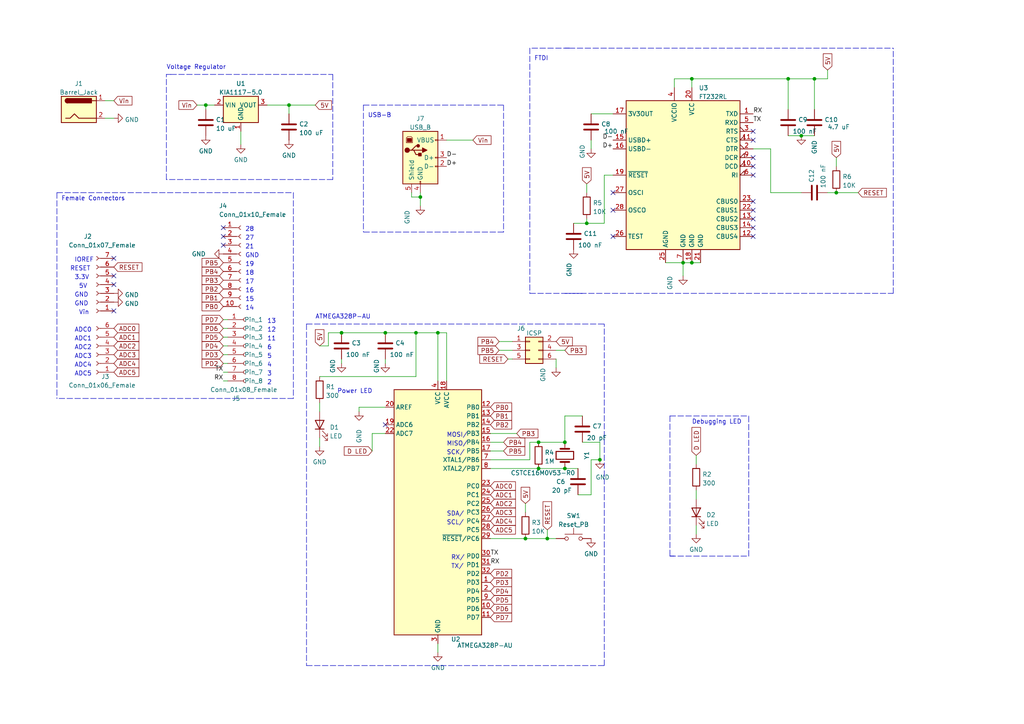
<source format=kicad_sch>
(kicad_sch (version 20211123) (generator eeschema)
  (paper "A4")
  (lib_symbols
    (symbol "Connector:Barrel_Jack" (pin_names (offset 1.016))
      (property "Reference" "J" (at 0 5.334 0))
      (property "Value" "Barrel_Jack" (at 0 -5.08 0))
      (symbol "Barrel_Jack_0_1"
        (rectangle (start -5.08 3.81) (end 5.08 -3.81) (stroke (width 0.254)) (fill (type background)))
        (arc (start -3.302 3.175) (mid -3.937 2.54) (end -3.302 1.905) (stroke (width 0.254)))
        (arc (start -3.302 3.175) (mid -3.937 2.54) (end -3.302 1.905) (stroke (width 0.254)) (fill (type outline)))
        (polyline (pts (xy 5.08 2.54) (xy 3.81 2.54)) (stroke (width 0.254)))
        (polyline (pts (xy -3.81 -2.54) (xy -2.54 -2.54) (xy -1.27 -1.27) (xy 0 -2.54) (xy 2.54 -2.54) (xy 5.08 -2.54)) (stroke (width 0.254)))
        (rectangle (start 3.683 3.175) (end -3.302 1.905) (stroke (width 0.254)) (fill (type outline)))
      )
      (symbol "Barrel_Jack_1_1"
        (pin passive line (at 7.62 2.54 180) (length 2.54) (name "~") (number "1"))
        (pin passive line (at 7.62 -2.54 180) (length 2.54) (name "~") (number "2"))
      )
    )
    (symbol "Connector:Conn_01x06_Female" (pin_names (offset 1.016) hide)
      (property "Reference" "J" (at 0 7.62 0))
      (property "Value" "Conn_01x06_Female" (at 0 -10.16 0))
      (symbol "Conn_01x06_Female_1_1"
        (arc (start 0 -7.112) (mid -0.508 -7.62) (end 0 -8.128) (stroke (width 0.1524)))
        (arc (start 0 -4.572) (mid -0.508 -5.08) (end 0 -5.588) (stroke (width 0.1524)))
        (arc (start 0 -2.032) (mid -0.508 -2.54) (end 0 -3.048) (stroke (width 0.1524)))
        (polyline (pts (xy -1.27 -7.62) (xy -0.508 -7.62)) (stroke (width 0.1524)))
        (polyline (pts (xy -1.27 -5.08) (xy -0.508 -5.08)) (stroke (width 0.1524)))
        (polyline (pts (xy -1.27 -2.54) (xy -0.508 -2.54)) (stroke (width 0.1524)))
        (polyline (pts (xy -1.27 0) (xy -0.508 0)) (stroke (width 0.1524)))
        (polyline (pts (xy -1.27 2.54) (xy -0.508 2.54)) (stroke (width 0.1524)))
        (polyline (pts (xy -1.27 5.08) (xy -0.508 5.08)) (stroke (width 0.1524)))
        (arc (start 0 0.508) (mid -0.508 0) (end 0 -0.508) (stroke (width 0.1524)))
        (arc (start 0 3.048) (mid -0.508 2.54) (end 0 2.032) (stroke (width 0.1524)))
        (arc (start 0 5.588) (mid -0.508 5.08) (end 0 4.572) (stroke (width 0.1524)))
        (pin passive line (at -5.08 5.08 0) (length 3.81) (name "Pin_1") (number "1"))
        (pin passive line (at -5.08 2.54 0) (length 3.81) (name "Pin_2") (number "2"))
        (pin passive line (at -5.08 0 0) (length 3.81) (name "Pin_3") (number "3"))
        (pin passive line (at -5.08 -2.54 0) (length 3.81) (name "Pin_4") (number "4"))
        (pin passive line (at -5.08 -5.08 0) (length 3.81) (name "Pin_5") (number "5"))
        (pin passive line (at -5.08 -7.62 0) (length 3.81) (name "Pin_6") (number "6"))
      )
    )
    (symbol "Connector:Conn_01x07_Female" (pin_names (offset 1.016) hide)
      (property "Reference" "J" (at 0 10.16 0))
      (property "Value" "Conn_01x07_Female" (at 0 -10.16 0))
      (symbol "Conn_01x07_Female_1_1"
        (arc (start 0 -7.112) (mid -0.508 -7.62) (end 0 -8.128) (stroke (width 0.1524)))
        (arc (start 0 -4.572) (mid -0.508 -5.08) (end 0 -5.588) (stroke (width 0.1524)))
        (arc (start 0 -2.032) (mid -0.508 -2.54) (end 0 -3.048) (stroke (width 0.1524)))
        (polyline (pts (xy -1.27 -7.62) (xy -0.508 -7.62)) (stroke (width 0.1524)))
        (polyline (pts (xy -1.27 -5.08) (xy -0.508 -5.08)) (stroke (width 0.1524)))
        (polyline (pts (xy -1.27 -2.54) (xy -0.508 -2.54)) (stroke (width 0.1524)))
        (polyline (pts (xy -1.27 0) (xy -0.508 0)) (stroke (width 0.1524)))
        (polyline (pts (xy -1.27 2.54) (xy -0.508 2.54)) (stroke (width 0.1524)))
        (polyline (pts (xy -1.27 5.08) (xy -0.508 5.08)) (stroke (width 0.1524)))
        (polyline (pts (xy -1.27 7.62) (xy -0.508 7.62)) (stroke (width 0.1524)))
        (arc (start 0 0.508) (mid -0.508 0) (end 0 -0.508) (stroke (width 0.1524)))
        (arc (start 0 3.048) (mid -0.508 2.54) (end 0 2.032) (stroke (width 0.1524)))
        (arc (start 0 5.588) (mid -0.508 5.08) (end 0 4.572) (stroke (width 0.1524)))
        (arc (start 0 8.128) (mid -0.508 7.62) (end 0 7.112) (stroke (width 0.1524)))
        (pin passive line (at -5.08 7.62 0) (length 3.81) (name "Pin_1") (number "1"))
        (pin passive line (at -5.08 5.08 0) (length 3.81) (name "Pin_2") (number "2"))
        (pin passive line (at -5.08 2.54 0) (length 3.81) (name "Pin_3") (number "3"))
        (pin passive line (at -5.08 0 0) (length 3.81) (name "Pin_4") (number "4"))
        (pin passive line (at -5.08 -2.54 0) (length 3.81) (name "Pin_5") (number "5"))
        (pin passive line (at -5.08 -5.08 0) (length 3.81) (name "Pin_6") (number "6"))
        (pin passive line (at -5.08 -7.62 0) (length 3.81) (name "Pin_7") (number "7"))
      )
    )
    (symbol "Connector:Conn_01x08_Female" (pin_names (offset 1.016))
      (property "Reference" "J" (at 0 10.16 0))
      (property "Value" "Conn_01x08_Female" (at 0 -12.7 0))
      (symbol "Conn_01x08_Female_1_1"
        (arc (start 0 -9.652) (mid -0.508 -10.16) (end 0 -10.668) (stroke (width 0.1524)))
        (arc (start 0 -7.112) (mid -0.508 -7.62) (end 0 -8.128) (stroke (width 0.1524)))
        (arc (start 0 -4.572) (mid -0.508 -5.08) (end 0 -5.588) (stroke (width 0.1524)))
        (arc (start 0 -2.032) (mid -0.508 -2.54) (end 0 -3.048) (stroke (width 0.1524)))
        (polyline (pts (xy -1.27 -10.16) (xy -0.508 -10.16)) (stroke (width 0.1524)))
        (polyline (pts (xy -1.27 -7.62) (xy -0.508 -7.62)) (stroke (width 0.1524)))
        (polyline (pts (xy -1.27 -5.08) (xy -0.508 -5.08)) (stroke (width 0.1524)))
        (polyline (pts (xy -1.27 -2.54) (xy -0.508 -2.54)) (stroke (width 0.1524)))
        (polyline (pts (xy -1.27 0) (xy -0.508 0)) (stroke (width 0.1524)))
        (polyline (pts (xy -1.27 2.54) (xy -0.508 2.54)) (stroke (width 0.1524)))
        (polyline (pts (xy -1.27 5.08) (xy -0.508 5.08)) (stroke (width 0.1524)))
        (polyline (pts (xy -1.27 7.62) (xy -0.508 7.62)) (stroke (width 0.1524)))
        (arc (start 0 0.508) (mid -0.508 0) (end 0 -0.508) (stroke (width 0.1524)))
        (arc (start 0 3.048) (mid -0.508 2.54) (end 0 2.032) (stroke (width 0.1524)))
        (arc (start 0 5.588) (mid -0.508 5.08) (end 0 4.572) (stroke (width 0.1524)))
        (arc (start 0 8.128) (mid -0.508 7.62) (end 0 7.112) (stroke (width 0.1524)))
        (pin passive line (at -5.08 7.62 0) (length 3.81) (name "Pin_1") (number "1"))
        (pin passive line (at -5.08 5.08 0) (length 3.81) (name "Pin_2") (number "2"))
        (pin passive line (at -5.08 2.54 0) (length 3.81) (name "Pin_3") (number "3"))
        (pin passive line (at -5.08 0 0) (length 3.81) (name "Pin_4") (number "4"))
        (pin passive line (at -5.08 -2.54 0) (length 3.81) (name "Pin_5") (number "5"))
        (pin passive line (at -5.08 -5.08 0) (length 3.81) (name "Pin_6") (number "6"))
        (pin passive line (at -5.08 -7.62 0) (length 3.81) (name "Pin_7") (number "7"))
        (pin passive line (at -5.08 -10.16 0) (length 3.81) (name "Pin_8") (number "8"))
      )
    )
    (symbol "Connector:Conn_01x10_Female" (pin_names (offset 1.016) hide)
      (property "Reference" "J" (at 0 12.7 0))
      (property "Value" "Conn_01x10_Female" (at 0 -15.24 0))
      (symbol "Conn_01x10_Female_1_1"
        (arc (start 0 -12.192) (mid -0.508 -12.7) (end 0 -13.208) (stroke (width 0.1524)))
        (arc (start 0 -9.652) (mid -0.508 -10.16) (end 0 -10.668) (stroke (width 0.1524)))
        (arc (start 0 -7.112) (mid -0.508 -7.62) (end 0 -8.128) (stroke (width 0.1524)))
        (arc (start 0 -4.572) (mid -0.508 -5.08) (end 0 -5.588) (stroke (width 0.1524)))
        (arc (start 0 -2.032) (mid -0.508 -2.54) (end 0 -3.048) (stroke (width 0.1524)))
        (polyline (pts (xy -1.27 -12.7) (xy -0.508 -12.7)) (stroke (width 0.1524)))
        (polyline (pts (xy -1.27 -10.16) (xy -0.508 -10.16)) (stroke (width 0.1524)))
        (polyline (pts (xy -1.27 -7.62) (xy -0.508 -7.62)) (stroke (width 0.1524)))
        (polyline (pts (xy -1.27 -5.08) (xy -0.508 -5.08)) (stroke (width 0.1524)))
        (polyline (pts (xy -1.27 -2.54) (xy -0.508 -2.54)) (stroke (width 0.1524)))
        (polyline (pts (xy -1.27 0) (xy -0.508 0)) (stroke (width 0.1524)))
        (polyline (pts (xy -1.27 2.54) (xy -0.508 2.54)) (stroke (width 0.1524)))
        (polyline (pts (xy -1.27 5.08) (xy -0.508 5.08)) (stroke (width 0.1524)))
        (polyline (pts (xy -1.27 7.62) (xy -0.508 7.62)) (stroke (width 0.1524)))
        (polyline (pts (xy -1.27 10.16) (xy -0.508 10.16)) (stroke (width 0.1524)))
        (arc (start 0 0.508) (mid -0.508 0) (end 0 -0.508) (stroke (width 0.1524)))
        (arc (start 0 3.048) (mid -0.508 2.54) (end 0 2.032) (stroke (width 0.1524)))
        (arc (start 0 5.588) (mid -0.508 5.08) (end 0 4.572) (stroke (width 0.1524)))
        (arc (start 0 8.128) (mid -0.508 7.62) (end 0 7.112) (stroke (width 0.1524)))
        (arc (start 0 10.668) (mid -0.508 10.16) (end 0 9.652) (stroke (width 0.1524)))
        (pin passive line (at -5.08 10.16 0) (length 3.81) (name "Pin_1") (number "1"))
        (pin passive line (at -5.08 -12.7 0) (length 3.81) (name "Pin_10") (number "10"))
        (pin passive line (at -5.08 7.62 0) (length 3.81) (name "Pin_2") (number "2"))
        (pin passive line (at -5.08 5.08 0) (length 3.81) (name "Pin_3") (number "3"))
        (pin passive line (at -5.08 2.54 0) (length 3.81) (name "Pin_4") (number "4"))
        (pin passive line (at -5.08 0 0) (length 3.81) (name "Pin_5") (number "5"))
        (pin passive line (at -5.08 -2.54 0) (length 3.81) (name "Pin_6") (number "6"))
        (pin passive line (at -5.08 -5.08 0) (length 3.81) (name "Pin_7") (number "7"))
        (pin passive line (at -5.08 -7.62 0) (length 3.81) (name "Pin_8") (number "8"))
        (pin passive line (at -5.08 -10.16 0) (length 3.81) (name "Pin_9") (number "9"))
      )
    )
    (symbol "Connector:USB_B" (pin_names (offset 1.016))
      (property "Reference" "J" (at -5.08 11.43 0))
      (property "Value" "USB_B" (at -5.08 8.89 0))
      (symbol "USB_B_0_1"
        (rectangle (start -5.08 -7.62) (end 5.08 7.62) (stroke (width 0.254)) (fill (type background)))
        (circle (center -3.81 2.159) (radius 0.635) (stroke (width 0.254)) (fill (type outline)))
        (rectangle (start -3.81 5.588) (end -2.54 4.572) (fill (type outline)))
        (circle (center -0.635 3.429) (radius 0.381) (stroke (width 0.254)) (fill (type outline)))
        (rectangle (start -0.127 -7.62) (end 0.127 -6.858))
        (polyline (pts (xy -1.905 2.159) (xy 0.635 2.159)) (stroke (width 0.254)))
        (polyline (pts (xy -3.175 2.159) (xy -2.54 2.159) (xy -1.27 3.429) (xy -0.635 3.429)) (stroke (width 0.254)))
        (polyline (pts (xy -2.54 2.159) (xy -1.905 2.159) (xy -1.27 0.889) (xy 0 0.889)) (stroke (width 0.254)))
        (polyline (pts (xy 0.635 2.794) (xy 0.635 1.524) (xy 1.905 2.159) (xy 0.635 2.794)) (stroke (width 0.254)) (fill (type outline)))
        (polyline (pts (xy -4.064 4.318) (xy -2.286 4.318) (xy -2.286 5.715) (xy -2.667 6.096) (xy -3.683 6.096) (xy -4.064 5.715) (xy -4.064 4.318)))
        (rectangle (start 0.254 1.27) (end -0.508 0.508) (stroke (width 0.254)) (fill (type outline)))
        (rectangle (start 5.08 -2.667) (end 4.318 -2.413))
        (rectangle (start 5.08 -0.127) (end 4.318 0.127))
        (rectangle (start 5.08 4.953) (end 4.318 5.207))
      )
      (symbol "USB_B_1_1"
        (pin power_out line (at 7.62 5.08 180) (length 2.54) (name "VBUS") (number "1"))
        (pin bidirectional line (at 7.62 -2.54 180) (length 2.54) (name "D-") (number "2"))
        (pin bidirectional line (at 7.62 0 180) (length 2.54) (name "D+") (number "3"))
        (pin power_out line (at 0 -10.16 90) (length 2.54) (name "GND") (number "4"))
        (pin passive line (at -2.54 -10.16 90) (length 2.54) (name "Shield") (number "5"))
      )
    )
    (symbol "Connector_Generic:Conn_02x03_Odd_Even" (pin_names (offset 1.016) hide)
      (property "Reference" "J" (at 1.27 5.08 0))
      (property "Value" "Conn_02x03_Odd_Even" (at 1.27 -5.08 0))
      (symbol "Conn_02x03_Odd_Even_1_1"
        (rectangle (start -1.27 -2.413) (end 0 -2.667) (stroke (width 0.1524)))
        (rectangle (start -1.27 0.127) (end 0 -0.127) (stroke (width 0.1524)))
        (rectangle (start -1.27 2.667) (end 0 2.413) (stroke (width 0.1524)))
        (rectangle (start -1.27 3.81) (end 3.81 -3.81) (stroke (width 0.254)) (fill (type background)))
        (rectangle (start 3.81 -2.413) (end 2.54 -2.667) (stroke (width 0.1524)))
        (rectangle (start 3.81 0.127) (end 2.54 -0.127) (stroke (width 0.1524)))
        (rectangle (start 3.81 2.667) (end 2.54 2.413) (stroke (width 0.1524)))
        (pin passive line (at -5.08 2.54 0) (length 3.81) (name "Pin_1") (number "1"))
        (pin passive line (at 7.62 2.54 180) (length 3.81) (name "Pin_2") (number "2"))
        (pin passive line (at -5.08 0 0) (length 3.81) (name "Pin_3") (number "3"))
        (pin passive line (at 7.62 0 180) (length 3.81) (name "Pin_4") (number "4"))
        (pin passive line (at -5.08 -2.54 0) (length 3.81) (name "Pin_5") (number "5"))
        (pin passive line (at 7.62 -2.54 180) (length 3.81) (name "Pin_6") (number "6"))
      )
    )
    (symbol "Device:C" (pin_numbers hide) (pin_names (offset 0.254))
      (property "Reference" "C" (at 0.635 2.54 0))
      (property "Value" "C" (at 0.635 -2.54 0))
      (symbol "C_0_1"
        (polyline (pts (xy -2.032 -0.762) (xy 2.032 -0.762)) (stroke (width 0.508)))
        (polyline (pts (xy -2.032 0.762) (xy 2.032 0.762)) (stroke (width 0.508)))
      )
      (symbol "C_1_1"
        (pin passive line (at 0 3.81 270) (length 2.794) (name "~") (number "1"))
        (pin passive line (at 0 -3.81 90) (length 2.794) (name "~") (number "2"))
      )
    )
    (symbol "Device:Crystal" (pin_numbers hide) (pin_names (offset 1.016) hide)
      (property "Reference" "Y" (at 0 3.81 0))
      (property "Value" "Crystal" (at 0 -3.81 0))
      (symbol "Crystal_0_1"
        (rectangle (start -1.143 2.54) (end 1.143 -2.54) (stroke (width 0.3048)))
        (polyline (pts (xy -2.54 0) (xy -1.905 0)))
        (polyline (pts (xy -1.905 -1.27) (xy -1.905 1.27)) (stroke (width 0.508)))
        (polyline (pts (xy 1.905 -1.27) (xy 1.905 1.27)) (stroke (width 0.508)))
        (polyline (pts (xy 2.54 0) (xy 1.905 0)))
      )
      (symbol "Crystal_1_1"
        (pin passive line (at -3.81 0 0) (length 1.27) (name "1") (number "1"))
        (pin passive line (at 3.81 0 180) (length 1.27) (name "2") (number "2"))
      )
    )
    (symbol "Device:LED" (pin_numbers hide) (pin_names (offset 1.016) hide)
      (property "Reference" "D" (at 0 2.54 0))
      (property "Value" "LED" (at 0 -2.54 0))
      (symbol "LED_0_1"
        (polyline (pts (xy -1.27 -1.27) (xy -1.27 1.27)) (stroke (width 0.254)))
        (polyline (pts (xy -1.27 0) (xy 1.27 0)))
        (polyline (pts (xy 1.27 -1.27) (xy 1.27 1.27) (xy -1.27 0) (xy 1.27 -1.27)) (stroke (width 0.254)))
        (polyline (pts (xy -3.048 -0.762) (xy -4.572 -2.286) (xy -3.81 -2.286) (xy -4.572 -2.286) (xy -4.572 -1.524)))
        (polyline (pts (xy -1.778 -0.762) (xy -3.302 -2.286) (xy -2.54 -2.286) (xy -3.302 -2.286) (xy -3.302 -1.524)))
      )
      (symbol "LED_1_1"
        (pin passive line (at -3.81 0 0) (length 2.54) (name "K") (number "1"))
        (pin passive line (at 3.81 0 180) (length 2.54) (name "A") (number "2"))
      )
    )
    (symbol "Device:R" (pin_numbers hide) (pin_names (offset 0))
      (property "Reference" "R" (at 2.032 0 90))
      (property "Value" "R" (at 0 0 90))
      (symbol "R_0_1"
        (rectangle (start -1.016 -2.54) (end 1.016 2.54) (stroke (width 0.254)))
      )
      (symbol "R_1_1"
        (pin passive line (at 0 3.81 270) (length 1.27) (name "~") (number "1"))
        (pin passive line (at 0 -3.81 90) (length 1.27) (name "~") (number "2"))
      )
    )
    (symbol "Interface_USB:FT232RL"
      (property "Reference" "U" (at -16.51 22.86 0))
      (property "Value" "FT232RL" (at 10.16 22.86 0))
      (symbol "FT232RL_0_1"
        (rectangle (start -16.51 21.59) (end 16.51 -21.59) (stroke (width 0.254)) (fill (type background)))
      )
      (symbol "FT232RL_1_1"
        (pin output line (at 20.32 17.78 180) (length 3.81) (name "TXD") (number "1"))
        (pin input input_low (at 20.32 2.54 180) (length 3.81) (name "DCD") (number "10"))
        (pin input input_low (at 20.32 10.16 180) (length 3.81) (name "CTS") (number "11"))
        (pin bidirectional line (at 20.32 -17.78 180) (length 3.81) (name "CBUS4") (number "12"))
        (pin bidirectional line (at 20.32 -12.7 180) (length 3.81) (name "CBUS2") (number "13"))
        (pin bidirectional line (at 20.32 -15.24 180) (length 3.81) (name "CBUS3") (number "14"))
        (pin bidirectional line (at -20.32 10.16 0) (length 3.81) (name "USBD+") (number "15"))
        (pin bidirectional line (at -20.32 7.62 0) (length 3.81) (name "USBD-") (number "16"))
        (pin power_out line (at -20.32 17.78 0) (length 3.81) (name "3V3OUT") (number "17"))
        (pin power_in line (at 2.54 -25.4 90) (length 3.81) (name "GND") (number "18"))
        (pin input line (at -20.32 0 0) (length 3.81) (name "~{RESET}") (number "19"))
        (pin output output_low (at 20.32 7.62 180) (length 3.81) (name "DTR") (number "2"))
        (pin power_in line (at 2.54 25.4 270) (length 3.81) (name "VCC") (number "20"))
        (pin power_in line (at 5.08 -25.4 90) (length 3.81) (name "GND") (number "21"))
        (pin bidirectional line (at 20.32 -10.16 180) (length 3.81) (name "CBUS1") (number "22"))
        (pin bidirectional line (at 20.32 -7.62 180) (length 3.81) (name "CBUS0") (number "23"))
        (pin power_in line (at -5.08 -25.4 90) (length 3.81) (name "AGND") (number "25"))
        (pin input line (at -20.32 -17.78 0) (length 3.81) (name "TEST") (number "26"))
        (pin input line (at -20.32 -5.08 0) (length 3.81) (name "OSCI") (number "27"))
        (pin output line (at -20.32 -10.16 0) (length 3.81) (name "OSCO") (number "28"))
        (pin output output_low (at 20.32 12.7 180) (length 3.81) (name "RTS") (number "3"))
        (pin power_in line (at -2.54 25.4 270) (length 3.81) (name "VCCIO") (number "4"))
        (pin input line (at 20.32 15.24 180) (length 3.81) (name "RXD") (number "5"))
        (pin input input_low (at 20.32 0 180) (length 3.81) (name "RI") (number "6"))
        (pin power_in line (at 0 -25.4 90) (length 3.81) (name "GND") (number "7"))
        (pin input input_low (at 20.32 5.08 180) (length 3.81) (name "DCR") (number "9"))
      )
    )
    (symbol "MCU_Microchip_ATmega:ATmega328P-A"
      (property "Reference" "U" (at -12.7 36.83 0))
      (property "Value" "ATmega328P-A" (at 2.54 -36.83 0))
      (symbol "ATmega328P-A_0_1"
        (rectangle (start -12.7 -35.56) (end 12.7 35.56) (stroke (width 0.254)) (fill (type background)))
      )
      (symbol "ATmega328P-A_1_1"
        (pin bidirectional line (at 15.24 -20.32 180) (length 2.54) (name "PD3") (number "1"))
        (pin bidirectional line (at 15.24 -27.94 180) (length 2.54) (name "PD6") (number "10"))
        (pin bidirectional line (at 15.24 -30.48 180) (length 2.54) (name "PD7") (number "11"))
        (pin bidirectional line (at 15.24 30.48 180) (length 2.54) (name "PB0") (number "12"))
        (pin bidirectional line (at 15.24 27.94 180) (length 2.54) (name "PB1") (number "13"))
        (pin bidirectional line (at 15.24 25.4 180) (length 2.54) (name "PB2") (number "14"))
        (pin bidirectional line (at 15.24 22.86 180) (length 2.54) (name "PB3") (number "15"))
        (pin bidirectional line (at 15.24 20.32 180) (length 2.54) (name "PB4") (number "16"))
        (pin bidirectional line (at 15.24 17.78 180) (length 2.54) (name "PB5") (number "17"))
        (pin power_in line (at 2.54 38.1 270) (length 2.54) (name "AVCC") (number "18"))
        (pin input line (at -15.24 25.4 0) (length 2.54) (name "ADC6") (number "19"))
        (pin bidirectional line (at 15.24 -22.86 180) (length 2.54) (name "PD4") (number "2"))
        (pin passive line (at -15.24 30.48 0) (length 2.54) (name "AREF") (number "20"))
        (pin passive line (at 0 -38.1 90) (length 2.54) hide (name "GND") (number "21"))
        (pin input line (at -15.24 22.86 0) (length 2.54) (name "ADC7") (number "22"))
        (pin bidirectional line (at 15.24 7.62 180) (length 2.54) (name "PC0") (number "23"))
        (pin bidirectional line (at 15.24 5.08 180) (length 2.54) (name "PC1") (number "24"))
        (pin bidirectional line (at 15.24 2.54 180) (length 2.54) (name "PC2") (number "25"))
        (pin bidirectional line (at 15.24 0 180) (length 2.54) (name "PC3") (number "26"))
        (pin bidirectional line (at 15.24 -2.54 180) (length 2.54) (name "PC4") (number "27"))
        (pin bidirectional line (at 15.24 -5.08 180) (length 2.54) (name "PC5") (number "28"))
        (pin bidirectional line (at 15.24 -7.62 180) (length 2.54) (name "~{RESET}/PC6") (number "29"))
        (pin power_in line (at 0 -38.1 90) (length 2.54) (name "GND") (number "3"))
        (pin bidirectional line (at 15.24 -12.7 180) (length 2.54) (name "PD0") (number "30"))
        (pin bidirectional line (at 15.24 -15.24 180) (length 2.54) (name "PD1") (number "31"))
        (pin bidirectional line (at 15.24 -17.78 180) (length 2.54) (name "PD2") (number "32"))
        (pin power_in line (at 0 38.1 270) (length 2.54) (name "VCC") (number "4"))
        (pin passive line (at 0 -38.1 90) (length 2.54) hide (name "GND") (number "5"))
        (pin passive line (at 0 38.1 270) (length 2.54) hide (name "VCC") (number "6"))
        (pin bidirectional line (at 15.24 15.24 180) (length 2.54) (name "XTAL1/PB6") (number "7"))
        (pin bidirectional line (at 15.24 12.7 180) (length 2.54) (name "XTAL2/PB7") (number "8"))
        (pin bidirectional line (at 15.24 -25.4 180) (length 2.54) (name "PD5") (number "9"))
      )
    )
    (symbol "Regulator_Linear:HT75xx-1-SOT89"
      (property "Reference" "U" (at -5.08 -3.81 0))
      (property "Value" "HT75xx-1-SOT89" (at 0 6.35 0))
      (symbol "HT75xx-1-SOT89_0_1"
        (rectangle (start -5.08 5.08) (end 5.08 -2.54) (stroke (width 0.254)) (fill (type background)))
      )
      (symbol "HT75xx-1-SOT89_1_1"
        (pin power_in line (at 0 -5.08 90) (length 2.54) (name "GND") (number "1"))
        (pin power_in line (at -7.62 2.54 0) (length 2.54) (name "VIN") (number "2"))
        (pin power_out line (at 7.62 2.54 180) (length 2.54) (name "VOUT") (number "3"))
      )
    )
    (symbol "Switch:SW_Push" (pin_numbers hide) (pin_names (offset 1.016) hide)
      (property "Reference" "SW" (at 1.27 2.54 0))
      (property "Value" "SW_Push" (at 0 -1.524 0))
      (symbol "SW_Push_0_1"
        (circle (center -2.032 0) (radius 0.508))
        (polyline (pts (xy 0 1.27) (xy 0 3.048)))
        (polyline (pts (xy 2.54 1.27) (xy -2.54 1.27)))
        (circle (center 2.032 0) (radius 0.508))
        (pin passive line (at -5.08 0 0) (length 2.54) (name "1") (number "1"))
        (pin passive line (at 5.08 0 180) (length 2.54) (name "2") (number "2"))
      )
    )
    (symbol "power:GND" (power) (pin_names (offset 0))
      (property "Value" "GND" (at 0 -3.81 0))
      (symbol "GND_0_1"
        (polyline (pts (xy 0 0) (xy 0 -1.27) (xy 1.27 -1.27) (xy 0 -2.54) (xy -1.27 -1.27) (xy 0 -1.27)))
      )
      (symbol "GND_1_1"
        (pin power_in line (at 0 0 270) (length 0) hide (name "GND") (number "1"))
      )
    )
  )
  (junction (at 200.66 76.2))
  (junction (at 236.22 22.86))
  (junction (at 242.57 55.88))
  (junction (at 99.06 96.52))
  (junction (at 228.6 22.86))
  (junction (at 111.76 96.52))
  (junction (at 200.66 22.86))
  (junction (at 121.92 57.15))
  (junction (at 198.12 76.2))
  (junction (at 152.4 156.21))
  (junction (at 170.18 64.77))
  (junction (at 163.83 135.89))
  (junction (at 59.69 30.48))
  (junction (at 158.75 156.21))
  (junction (at 163.83 128.27))
  (junction (at 83.82 30.48))
  (junction (at 156.21 135.89))
  (junction (at 127 96.52))
  (junction (at 232.41 39.37))
  (junction (at 156.21 128.27))
  (junction (at 173.99 133.35))
  (junction (at 120.65 96.52))
  (no_connect (at 64.77 71.12))
  (no_connect (at 64.77 68.58))
  (no_connect (at 64.77 66.04))
  (no_connect (at 33.02 90.17))
  (no_connect (at 218.44 48.26))
  (no_connect (at 218.44 50.8))
  (no_connect (at 218.44 58.42))
  (no_connect (at 218.44 60.96))
  (no_connect (at 218.44 63.5))
  (no_connect (at 218.44 38.1))
  (no_connect (at 218.44 40.64))
  (no_connect (at 218.44 45.72))
  (no_connect (at 218.44 66.04))
  (no_connect (at 218.44 68.58))
  (no_connect (at 177.8 55.88))
  (no_connect (at 33.02 74.93))
  (no_connect (at 33.02 80.01))
  (no_connect (at 33.02 82.55))
  (no_connect (at 111.76 123.19))
  (no_connect (at 177.8 60.96))
  (no_connect (at 177.8 68.58))
  (wire (pts (xy 92.71 116.84) (xy 92.71 119.38)))
  (wire (pts (xy 242.57 45.72) (xy 242.57 48.26)))
  (wire (pts (xy 223.52 55.88) (xy 223.52 43.18)))
  (wire (pts (xy 99.06 96.52) (xy 111.76 96.52)))
  (wire (pts (xy 170.18 53.34) (xy 170.18 55.88)))
  (polyline (pts (xy 88.9 93.98) (xy 175.26 93.98)))
  (wire (pts (xy 193.04 76.2) (xy 198.12 76.2)))
  (wire (pts (xy 66.04 97.79) (xy 64.77 97.79)))
  (polyline (pts (xy 153.67 13.97) (xy 153.67 85.09)))
  (wire (pts (xy 173.99 128.27) (xy 173.99 133.35)))
  (wire (pts (xy 66.04 95.25) (xy 64.77 95.25)))
  (polyline (pts (xy 105.41 30.48) (xy 146.05 30.48)))
  (wire (pts (xy 198.12 76.2) (xy 198.12 80.01)))
  (wire (pts (xy 142.24 125.73) (xy 149.86 125.73)))
  (wire (pts (xy 223.52 43.18) (xy 218.44 43.18)))
  (wire (pts (xy 95.25 96.52) (xy 99.06 96.52)))
  (wire (pts (xy 161.29 101.6) (xy 163.83 101.6)))
  (wire (pts (xy 170.18 64.77) (xy 166.37 64.77)))
  (wire (pts (xy 66.04 100.33) (xy 64.77 100.33)))
  (wire (pts (xy 107.95 125.73) (xy 111.76 125.73)))
  (wire (pts (xy 142.24 156.21) (xy 152.4 156.21)))
  (wire (pts (xy 236.22 22.86) (xy 240.03 22.86)))
  (polyline (pts (xy 96.52 21.59) (xy 96.52 52.07)))
  (wire (pts (xy 59.69 30.48) (xy 62.23 30.48)))
  (polyline (pts (xy 163.83 85.09) (xy 259.08 85.09)))
  (wire (pts (xy 200.66 22.86) (xy 200.66 25.4)))
  (polyline (pts (xy 88.9 193.04) (xy 175.26 193.04)))
  (polyline (pts (xy 259.08 85.09) (xy 259.08 13.97)))
  (wire (pts (xy 120.65 96.52) (xy 127 96.52)))
  (wire (pts (xy 228.6 39.37) (xy 232.41 39.37)))
  (polyline (pts (xy 194.31 161.29) (xy 217.17 161.29)))
  (wire (pts (xy 240.03 20.32) (xy 240.03 22.86)))
  (wire (pts (xy 83.82 30.48) (xy 91.44 30.48)))
  (polyline (pts (xy 49.53 21.59) (xy 96.52 21.59)))
  (wire (pts (xy 83.82 30.48) (xy 77.47 30.48)))
  (wire (pts (xy 161.29 104.14) (xy 161.29 106.68)))
  (wire (pts (xy 171.45 33.02) (xy 177.8 33.02)))
  (wire (pts (xy 228.6 22.86) (xy 236.22 22.86)))
  (wire (pts (xy 198.12 76.2) (xy 200.66 76.2)))
  (wire (pts (xy 232.41 55.88) (xy 223.52 55.88)))
  (polyline (pts (xy 194.31 120.65) (xy 194.31 161.29)))
  (wire (pts (xy 240.03 55.88) (xy 242.57 55.88)))
  (wire (pts (xy 119.38 55.88) (xy 119.38 57.15)))
  (wire (pts (xy 99.06 104.14) (xy 99.06 105.41)))
  (wire (pts (xy 195.58 25.4) (xy 195.58 22.86)))
  (wire (pts (xy 66.04 102.87) (xy 64.77 102.87)))
  (polyline (pts (xy 194.31 161.29) (xy 195.58 161.29)))
  (wire (pts (xy 129.54 110.49) (xy 129.54 96.52)))
  (polyline (pts (xy 153.67 85.09) (xy 168.91 85.09)))
  (wire (pts (xy 142.24 130.81) (xy 146.05 130.81)))
  (wire (pts (xy 163.83 135.89) (xy 167.64 135.89)))
  (wire (pts (xy 127 96.52) (xy 127 110.49)))
  (wire (pts (xy 175.26 64.77) (xy 170.18 64.77)))
  (wire (pts (xy 167.64 143.51) (xy 171.45 143.51)))
  (polyline (pts (xy 16.51 55.88) (xy 16.51 115.57)))
  (polyline (pts (xy 165.1 13.97) (xy 259.08 13.97)))
  (wire (pts (xy 120.65 96.52) (xy 120.65 109.22)))
  (wire (pts (xy 153.67 128.27) (xy 156.21 128.27)))
  (wire (pts (xy 83.82 30.48) (xy 83.82 33.02)))
  (polyline (pts (xy 85.09 55.88) (xy 85.09 115.57)))
  (wire (pts (xy 195.58 22.86) (xy 200.66 22.86)))
  (wire (pts (xy 66.04 92.71) (xy 64.77 92.71)))
  (wire (pts (xy 142.24 128.27) (xy 146.05 128.27)))
  (wire (pts (xy 57.15 30.48) (xy 59.69 30.48)))
  (wire (pts (xy 170.18 63.5) (xy 170.18 64.77)))
  (wire (pts (xy 92.71 109.22) (xy 120.65 109.22)))
  (polyline (pts (xy 194.31 120.65) (xy 217.17 120.65)))
  (wire (pts (xy 171.45 133.35) (xy 173.99 133.35)))
  (wire (pts (xy 152.4 156.21) (xy 158.75 156.21)))
  (wire (pts (xy 127 186.69) (xy 127 189.23)))
  (wire (pts (xy 201.93 132.08) (xy 201.93 134.62)))
  (wire (pts (xy 111.76 96.52) (xy 120.65 96.52)))
  (polyline (pts (xy 48.26 52.07) (xy 48.26 21.59)))
  (wire (pts (xy 158.75 156.21) (xy 161.29 156.21)))
  (wire (pts (xy 30.48 29.21) (xy 33.02 29.21)))
  (wire (pts (xy 144.78 99.06) (xy 148.59 99.06)))
  (wire (pts (xy 95.25 96.52) (xy 95.25 100.33)))
  (wire (pts (xy 111.76 118.11) (xy 104.14 118.11)))
  (wire (pts (xy 107.95 130.81) (xy 107.95 125.73)))
  (polyline (pts (xy 146.05 67.31) (xy 105.41 67.31)))
  (wire (pts (xy 171.45 40.64) (xy 171.45 43.18)))
  (polyline (pts (xy 146.05 30.48) (xy 146.05 67.31)))
  (wire (pts (xy 127 96.52) (xy 129.54 96.52)))
  (wire (pts (xy 66.04 107.95) (xy 64.77 107.95)))
  (polyline (pts (xy 165.1 13.97) (xy 153.67 13.97)))
  (polyline (pts (xy 165.1 13.97) (xy 163.83 13.97)))
  (wire (pts (xy 175.26 50.8) (xy 175.26 64.77)))
  (wire (pts (xy 228.6 22.86) (xy 228.6 31.75)))
  (wire (pts (xy 66.04 105.41) (xy 64.77 105.41)))
  (wire (pts (xy 66.04 110.49) (xy 64.77 110.49)))
  (wire (pts (xy 142.24 133.35) (xy 153.67 133.35)))
  (polyline (pts (xy 16.51 55.88) (xy 85.09 55.88)))
  (wire (pts (xy 200.66 76.2) (xy 203.2 76.2)))
  (wire (pts (xy 92.71 127) (xy 92.71 129.54)))
  (wire (pts (xy 232.41 39.37) (xy 236.22 39.37)))
  (wire (pts (xy 236.22 22.86) (xy 236.22 31.75)))
  (wire (pts (xy 177.8 50.8) (xy 175.26 50.8)))
  (wire (pts (xy 201.93 152.4) (xy 201.93 154.94)))
  (wire (pts (xy 158.75 153.67) (xy 158.75 156.21)))
  (wire (pts (xy 129.54 40.64) (xy 137.16 40.64)))
  (wire (pts (xy 201.93 142.24) (xy 201.93 144.78)))
  (wire (pts (xy 121.92 57.15) (xy 121.92 59.69)))
  (polyline (pts (xy 105.41 30.48) (xy 105.41 67.31)))
  (wire (pts (xy 168.91 120.65) (xy 163.83 120.65)))
  (wire (pts (xy 153.67 133.35) (xy 153.67 128.27)))
  (wire (pts (xy 121.92 55.88) (xy 121.92 57.15)))
  (polyline (pts (xy 48.26 21.59) (xy 49.53 21.59)))
  (wire (pts (xy 104.14 118.11) (xy 104.14 119.38)))
  (wire (pts (xy 163.83 120.65) (xy 163.83 128.27)))
  (wire (pts (xy 156.21 135.89) (xy 163.83 135.89)))
  (wire (pts (xy 111.76 104.14) (xy 111.76 105.41)))
  (wire (pts (xy 92.71 100.33) (xy 95.25 100.33)))
  (polyline (pts (xy 96.52 52.07) (xy 48.26 52.07)))
  (polyline (pts (xy 88.9 93.98) (xy 88.9 193.04)))
  (wire (pts (xy 59.69 30.48) (xy 59.69 31.75)))
  (wire (pts (xy 144.78 101.6) (xy 148.59 101.6)))
  (wire (pts (xy 147.32 104.14) (xy 148.59 104.14)))
  (polyline (pts (xy 175.26 193.04) (xy 175.26 93.98)))
  (wire (pts (xy 119.38 57.15) (xy 121.92 57.15)))
  (wire (pts (xy 168.91 128.27) (xy 173.99 128.27)))
  (wire (pts (xy 171.45 143.51) (xy 171.45 133.35)))
  (wire (pts (xy 152.4 146.05) (xy 152.4 148.59)))
  (wire (pts (xy 156.21 128.27) (xy 163.83 128.27)))
  (wire (pts (xy 30.48 34.29) (xy 33.02 34.29)))
  (wire (pts (xy 200.66 22.86) (xy 228.6 22.86)))
  (wire (pts (xy 242.57 55.88) (xy 248.92 55.88)))
  (polyline (pts (xy 85.09 115.57) (xy 16.51 115.57)))
  (polyline (pts (xy 217.17 161.29) (xy 217.17 120.65)))
  (wire (pts (xy 142.24 135.89) (xy 156.21 135.89)))
  (wire (pts (xy 69.85 38.1) (xy 69.85 41.91)))
  (text "SCL/" (at 129.54 152.4 0) (effects (font (size 1.27 1.27)) (justify left bottom)))
  (text "ADC5" (at 21.59 109.22 0) (effects (font (size 1.27 1.27)) (justify left bottom)))
  (text "16\n" (at 71.12 85.09 0) (effects (font (size 1.27 1.27)) (justify left bottom)))
  (text "21" (at 71.12 72.39 0) (effects (font (size 1.27 1.27)) (justify left bottom)))
  (text "IOREF" (at 21.59 76.2 0) (effects (font (size 1.27 1.27)) (justify left bottom)))
  (text "Debugging LED" (at 200.66 123.19 0) (effects (font (size 1.27 1.27)) (justify left bottom)))
  (text "USB-B\n" (at 106.68 34.29 0) (effects (font (size 1.27 1.27)) (justify left bottom)))
  (text "11" (at 77.47 99.06 0) (effects (font (size 1.27 1.27)) (justify left bottom)))
  (text "SDA/" (at 129.54 149.86 0) (effects (font (size 1.27 1.27)) (justify left bottom)))
  (text "FTDI\n" (at 154.94 17.78 0) (effects (font (size 1.27 1.27)) (justify left bottom)))
  (text "5V" (at 22.86 83.82 0) (effects (font (size 1.27 1.27)) (justify left bottom)))
  (text "GND" (at 71.12 74.93 0) (effects (font (size 1.27 1.27)) (justify left bottom)))
  (text "17" (at 71.12 82.55 0) (effects (font (size 1.27 1.27)) (justify left bottom)))
  (text "2\n" (at 77.47 111.76 0) (effects (font (size 1.27 1.27)) (justify left bottom)))
  (text "19" (at 71.12 77.47 0) (effects (font (size 1.27 1.27)) (justify left bottom)))
  (text "Female Connectors" (at 17.78 58.42 0) (effects (font (size 1.27 1.27)) (justify left bottom)))
  (text "Vin" (at 22.86 91.44 0) (effects (font (size 1.27 1.27)) (justify left bottom)))
  (text "6" (at 77.47 101.6 0) (effects (font (size 1.27 1.27)) (justify left bottom)))
  (text "ADC4" (at 21.59 106.68 0) (effects (font (size 1.27 1.27)) (justify left bottom)))
  (text "28" (at 71.12 67.31 0) (effects (font (size 1.27 1.27)) (justify left bottom)))
  (text "14" (at 71.12 90.17 0) (effects (font (size 1.27 1.27)) (justify left bottom)))
  (text "12" (at 77.47 96.52 0) (effects (font (size 1.27 1.27)) (justify left bottom)))
  (text "18" (at 71.12 80.01 0) (effects (font (size 1.27 1.27)) (justify left bottom)))
  (text "Power LED" (at 97.79 114.3 0) (effects (font (size 1.27 1.27)) (justify left bottom)))
  (text "4" (at 77.47 106.68 0) (effects (font (size 1.27 1.27)) (justify left bottom)))
  (text "3" (at 77.47 109.22 0) (effects (font (size 1.27 1.27)) (justify left bottom)))
  (text "ADC3" (at 21.59 104.14 0) (effects (font (size 1.27 1.27)) (justify left bottom)))
  (text "ADC2" (at 21.59 101.6 0) (effects (font (size 1.27 1.27)) (justify left bottom)))
  (text "Voltage Regulator" (at 48.26 20.32 0) (effects (font (size 1.27 1.27)) (justify left bottom)))
  (text "ADC1\n" (at 21.59 99.06 0) (effects (font (size 1.27 1.27)) (justify left bottom)))
  (text "MISO/" (at 129.54 129.54 0) (effects (font (size 1.27 1.27)) (justify left bottom)))
  (text "RESET" (at 20.32 78.74 0) (effects (font (size 1.27 1.27)) (justify left bottom)))
  (text "GND" (at 21.59 88.9 0) (effects (font (size 1.27 1.27)) (justify left bottom)))
  (text "GND\n" (at 21.59 86.36 0) (effects (font (size 1.27 1.27)) (justify left bottom)))
  (text "RX/\n" (at 130.81 162.56 0) (effects (font (size 1.27 1.27)) (justify left bottom)))
  (text "ADC0" (at 21.59 96.52 0) (effects (font (size 1.27 1.27)) (justify left bottom)))
  (text "SCK/" (at 129.54 132.08 0) (effects (font (size 1.27 1.27)) (justify left bottom)))
  (text "5" (at 77.47 104.14 0) (effects (font (size 1.27 1.27)) (justify left bottom)))
  (text "15" (at 71.12 87.63 0) (effects (font (size 1.27 1.27)) (justify left bottom)))
  (text "MOSI/" (at 129.54 127 0) (effects (font (size 1.27 1.27)) (justify left bottom)))
  (text "3.3V" (at 21.59 81.28 0) (effects (font (size 1.27 1.27)) (justify left bottom)))
  (text "TX/\n" (at 130.81 165.1 0) (effects (font (size 1.27 1.27)) (justify left bottom)))
  (text "27" (at 71.12 69.85 0) (effects (font (size 1.27 1.27)) (justify left bottom)))
  (text "13" (at 77.47 93.98 0) (effects (font (size 1.27 1.27)) (justify left bottom)))
  (text "ATMEGA328P-AU" (at 91.44 92.71 0) (effects (font (size 1.27 1.27)) (justify left bottom)))
  (label "RX" (at 218.44 33.02 0))
  (label "D-" (at 177.8 40.64 180))
  (label "TX" (at 64.77 107.95 180))
  (label "TX" (at 218.44 35.56 0))
  (label "RX" (at 64.77 110.49 180))
  (label "TX" (at 142.24 161.29 0))
  (label "D-" (at 129.54 45.72 0))
  (label "RX" (at 142.24 163.83 0))
  (label "D+" (at 129.54 48.26 0))
  (label "D+" (at 177.8 43.18 180))
  (global_label "PD4" (shape input) (at 142.24 171.45 0) (property "Intersheet References" "${INTERSHEET_REFS}" (effects hide)))
  (global_label "PB2" (shape input) (at 64.77 83.82 180) (property "Intersheet References" "${INTERSHEET_REFS}" (effects hide)))
  (global_label "5V" (shape input) (at 242.57 45.72 90) (property "Intersheet References" "${INTERSHEET_REFS}" (effects hide)))
  (global_label "PB4" (shape input) (at 64.77 78.74 180) (property "Intersheet References" "${INTERSHEET_REFS}" (effects hide)))
  (global_label "5V" (shape input) (at 170.18 53.34 90) (property "Intersheet References" "${INTERSHEET_REFS}" (effects hide)))
  (global_label "5V" (shape input) (at 152.4 146.05 90) (property "Intersheet References" "${INTERSHEET_REFS}" (effects hide)))
  (global_label "PD2" (shape input) (at 64.77 105.41 180) (property "Intersheet References" "${INTERSHEET_REFS}" (effects hide)))
  (global_label "RESET" (shape input) (at 33.02 77.47 0) (property "Intersheet References" "${INTERSHEET_REFS}" (effects hide)))
  (global_label "ADC5" (shape input) (at 33.02 107.95 0) (property "Intersheet References" "${INTERSHEET_REFS}" (effects hide)))
  (global_label "5V" (shape input) (at 240.03 20.32 90) (property "Intersheet References" "${INTERSHEET_REFS}" (effects hide)))
  (global_label "PD3" (shape input) (at 64.77 102.87 180) (property "Intersheet References" "${INTERSHEET_REFS}" (effects hide)))
  (global_label "PD3" (shape input) (at 142.24 168.91 0) (property "Intersheet References" "${INTERSHEET_REFS}" (effects hide)))
  (global_label "5V" (shape input) (at 161.29 99.06 0) (property "Intersheet References" "${INTERSHEET_REFS}" (effects hide)))
  (global_label "PD7" (shape input) (at 142.24 179.07 0) (property "Intersheet References" "${INTERSHEET_REFS}" (effects hide)))
  (global_label "PB5" (shape input) (at 64.77 76.2 180) (property "Intersheet References" "${INTERSHEET_REFS}" (effects hide)))
  (global_label "PD5" (shape input) (at 64.77 97.79 180) (property "Intersheet References" "${INTERSHEET_REFS}" (effects hide)))
  (global_label "5V" (shape input) (at 91.44 30.48 0) (property "Intersheet References" "${INTERSHEET_REFS}" (effects hide)))
  (global_label "PD5" (shape input) (at 142.24 173.99 0) (property "Intersheet References" "${INTERSHEET_REFS}" (effects hide)))
  (global_label "PB1" (shape input) (at 142.24 120.65 0) (property "Intersheet References" "${INTERSHEET_REFS}" (effects hide)))
  (global_label "PD6" (shape input) (at 64.77 95.25 180) (property "Intersheet References" "${INTERSHEET_REFS}" (effects hide)))
  (global_label "PB2" (shape input) (at 142.24 123.19 0) (property "Intersheet References" "${INTERSHEET_REFS}" (effects hide)))
  (global_label "PB5" (shape input) (at 146.05 130.81 0) (property "Intersheet References" "${INTERSHEET_REFS}" (effects hide)))
  (global_label "ADC1" (shape input) (at 33.02 97.79 0) (property "Intersheet References" "${INTERSHEET_REFS}" (effects hide)))
  (global_label "5V" (shape input) (at 92.71 100.33 90) (property "Intersheet References" "${INTERSHEET_REFS}" (effects hide)))
  (global_label "PB5" (shape input) (at 144.78 101.6 180) (property "Intersheet References" "${INTERSHEET_REFS}" (effects hide)))
  (global_label "D LED" (shape input) (at 107.95 130.81 180) (property "Intersheet References" "${INTERSHEET_REFS}" (effects hide)))
  (global_label "PB1" (shape input) (at 64.77 86.36 180) (property "Intersheet References" "${INTERSHEET_REFS}" (effects hide)))
  (global_label "PB0" (shape input) (at 64.77 88.9 180) (property "Intersheet References" "${INTERSHEET_REFS}" (effects hide)))
  (global_label "ADC2" (shape input) (at 142.24 146.05 0) (property "Intersheet References" "${INTERSHEET_REFS}" (effects hide)))
  (global_label "PB4" (shape input) (at 144.78 99.06 180) (property "Intersheet References" "${INTERSHEET_REFS}" (effects hide)))
  (global_label "ADC4" (shape input) (at 33.02 105.41 0) (property "Intersheet References" "${INTERSHEET_REFS}" (effects hide)))
  (global_label "D LED" (shape input) (at 201.93 132.08 90) (property "Intersheet References" "${INTERSHEET_REFS}" (effects hide)))
  (global_label "Vin" (shape input) (at 57.15 30.48 180) (property "Intersheet References" "${INTERSHEET_REFS}" (effects hide)))
  (global_label "ADC3" (shape input) (at 33.02 102.87 0) (property "Intersheet References" "${INTERSHEET_REFS}" (effects hide)))
  (global_label "ADC3" (shape input) (at 142.24 148.59 0) (property "Intersheet References" "${INTERSHEET_REFS}" (effects hide)))
  (global_label "PB3" (shape input) (at 149.86 125.73 0) (property "Intersheet References" "${INTERSHEET_REFS}" (effects hide)))
  (global_label "RESET" (shape input) (at 147.32 104.14 180) (property "Intersheet References" "${INTERSHEET_REFS}" (effects hide)))
  (global_label "RESET" (shape input) (at 248.92 55.88 0) (property "Intersheet References" "${INTERSHEET_REFS}" (effects hide)))
  (global_label "PD4" (shape input) (at 64.77 100.33 180) (property "Intersheet References" "${INTERSHEET_REFS}" (effects hide)))
  (global_label "ADC0" (shape input) (at 142.24 140.97 0) (property "Intersheet References" "${INTERSHEET_REFS}" (effects hide)))
  (global_label "PD6" (shape input) (at 142.24 176.53 0) (property "Intersheet References" "${INTERSHEET_REFS}" (effects hide)))
  (global_label "RESET" (shape input) (at 158.75 153.67 90) (property "Intersheet References" "${INTERSHEET_REFS}" (effects hide)))
  (global_label "Vin" (shape input) (at 137.16 40.64 0) (property "Intersheet References" "${INTERSHEET_REFS}" (effects hide)))
  (global_label "ADC2" (shape input) (at 33.02 100.33 0) (property "Intersheet References" "${INTERSHEET_REFS}" (effects hide)))
  (global_label "PD2" (shape input) (at 142.24 166.37 0) (property "Intersheet References" "${INTERSHEET_REFS}" (effects hide)))
  (global_label "PB0" (shape input) (at 142.24 118.11 0) (property "Intersheet References" "${INTERSHEET_REFS}" (effects hide)))
  (global_label "ADC1" (shape input) (at 142.24 143.51 0) (property "Intersheet References" "${INTERSHEET_REFS}" (effects hide)))
  (global_label "PD7" (shape input) (at 64.77 92.71 180) (property "Intersheet References" "${INTERSHEET_REFS}" (effects hide)))
  (global_label "PB3" (shape input) (at 64.77 81.28 180) (property "Intersheet References" "${INTERSHEET_REFS}" (effects hide)))
  (global_label "PB4" (shape input) (at 146.05 128.27 0) (property "Intersheet References" "${INTERSHEET_REFS}" (effects hide)))
  (global_label "Vin" (shape input) (at 33.02 29.21 0) (property "Intersheet References" "${INTERSHEET_REFS}" (effects hide)))
  (global_label "PB3" (shape input) (at 163.83 101.6 0) (property "Intersheet References" "${INTERSHEET_REFS}" (effects hide)))
  (global_label "ADC0" (shape input) (at 33.02 95.25 0) (property "Intersheet References" "${INTERSHEET_REFS}" (effects hide)))
  (global_label "ADC4" (shape input) (at 142.24 151.13 0) (property "Intersheet References" "${INTERSHEET_REFS}" (effects hide)))
  (global_label "ADC5" (shape input) (at 142.24 153.67 0) (property "Intersheet References" "${INTERSHEET_REFS}" (effects hide)))
  (symbol (lib_id "power:GND") (at 232.41 39.37 0) (unit 1)
    (property "Reference" "#PWR0121" (effects hide))
    (property "Value" "GND" (at 236.22 40.64 90) (effects (justify right)))
  )
  (symbol (lib_id "Device:C") (at 236.22 55.88 90) (unit 1)
    (property "Reference" "C12" (at 235.3853 52.959 0) (effects (justify left)))
    (property "Value" "100 nF" (at 238.76 54.61 0) (effects (justify left)))
    (property "Footprint" "Capacitor_SMD:C_0603_1608Metric" (effects hide))
  )
  (symbol (lib_id "power:GND") (at 161.29 106.68 0) (unit 1)
    (property "Reference" "#PWR0115" (effects hide))
    (property "Value" "GND" (at 157.48 106.68 90) (effects (justify right)))
  )
  (symbol (lib_id "Connector_Generic:Conn_02x03_Odd_Even") (at 153.67 101.6 0) (unit 1)
    (property "Reference" "J6" (at 151.13 95.25 0))
    (property "Value" "ICSP" (at 154.94 96.6271 0))
    (property "Footprint" "Connector_PinHeader_2.54mm:PinHeader_2x03_P2.54mm_Vertical_SMD" (effects hide))
  )
  (symbol (lib_id "Device:R") (at 242.57 52.07 0) (unit 1)
    (property "Reference" "R6" (at 244.348 51.2353 0) (effects (justify left)))
    (property "Value" "10K" (at 244.348 53.7722 0) (effects (justify left)))
    (property "Footprint" "Resistor_SMD:R_0603_1608Metric" (effects hide))
  )
  (symbol (lib_id "Connector:Conn_01x07_Female") (at 27.94 82.55 180) (unit 1)
    (property "Reference" "J2" (at 26.67 68.58 0) (effects (justify left)))
    (property "Value" "Conn_01x07_Female" (at 39.37 71.12 0) (effects (justify left)))
    (property "Footprint" "Connector_PinSocket_2.54mm:PinSocket_1x07_P2.54mm_Vertical_SMD_Pin1Left" (effects hide))
    (property "Datasheet" "https://datasheet.lcsc.com/lcsc/2208221800_XKB-Connectivity-X6511FRS-07-C85D30_C5142240.pdf" (effects hide))
  )
  (symbol (lib_id "Device:C") (at 236.22 35.56 0) (unit 1)
    (property "Reference" "C10" (at 239.141 34.7253 0) (effects (justify left)))
    (property "Value" "4.7 uF" (at 240.03 36.83 0) (effects (justify left)))
    (property "Footprint" "Capacitor_SMD:C_0603_1608Metric" (effects hide))
  )
  (symbol (lib_id "power:GND") (at 104.14 119.38 0) (unit 1)
    (property "Reference" "#PWR0102" (effects hide))
    (property "Value" "GND" (at 104.14 124.46 90) (effects (justify right)))
  )
  (symbol (lib_id "power:GND") (at 201.93 154.94 0) (unit 1)
    (property "Reference" "#PWR0107" (effects hide))
    (property "Value" "GND" (at 201.93 159.3834 0))
  )
  (symbol (lib_id "power:GND") (at 127 189.23 0) (unit 1)
    (property "Reference" "#PWR0103" (effects hide))
    (property "Value" "GND" (at 127 193.6734 0))
  )
  (symbol (lib_id "Device:C") (at 111.76 100.33 0) (unit 1)
    (property "Reference" "C4" (at 114.681 99.4953 0) (effects (justify left)))
    (property "Value" "100 nF" (at 113.03 102.87 0) (effects (justify left)))
    (property "Footprint" "Capacitor_SMD:C_0603_1608Metric" (effects hide))
  )
  (symbol (lib_id "power:GND") (at 33.02 87.63 90) (unit 1)
    (property "Reference" "#PWR0109" (effects hide))
    (property "Value" "GND" (at 36.195 88.0638 90) (effects (justify right)))
  )
  (symbol (lib_id "power:GND") (at 99.06 105.41 0) (unit 1)
    (property "Reference" "#PWR0105" (effects hide))
    (property "Value" "GND" (at 96.52 104.14 90) (effects (justify right)))
  )
  (symbol (lib_id "power:GND") (at 173.99 133.35 0) (unit 1)
    (property "Reference" "#PWR0116" (effects hide))
    (property "Value" "GND" (at 172.72 138.43 0) (effects (justify left)))
  )
  (symbol (lib_id "power:GND") (at 171.45 156.21 0) (unit 1)
    (property "Reference" "#PWR0104" (effects hide))
    (property "Value" "GND" (at 171.45 160.6534 0))
  )
  (symbol (lib_id "power:GND") (at 33.02 85.09 90) (unit 1)
    (property "Reference" "#PWR0111" (effects hide))
    (property "Value" "GND" (at 36.195 85.5238 90) (effects (justify right)))
  )
  (symbol (lib_id "Connector:Conn_01x06_Female") (at 27.94 102.87 180) (unit 1)
    (property "Reference" "J3" (at 31.75 109.22 0) (effects (justify left)))
    (property "Value" "Conn_01x06_Female" (at 39.37 111.76 0) (effects (justify left)))
    (property "Footprint" "Connector_PinSocket_2.54mm:PinSocket_1x06_P2.54mm_Vertical_SMD_Pin1Left" (effects hide))
    (property "Datasheet" "https://datasheet.lcsc.com/lcsc/2208221800_XKB-Connectivity-X6511FRS-06-C85D30_C5142239.pdf" (effects hide))
  )
  (symbol (lib_id "Device:R") (at 92.71 113.03 0) (unit 1)
    (property "Reference" "R1" (at 94.488 112.1953 0) (effects (justify left)))
    (property "Value" "300" (at 94.488 114.7322 0) (effects (justify left)))
    (property "Footprint" "Resistor_SMD:R_0603_1608Metric" (effects hide))
  )
  (symbol (lib_id "power:GND") (at 69.85 41.91 0) (unit 1)
    (property "Reference" "#PWR0113" (effects hide))
    (property "Value" "GND" (at 69.85 46.3534 0))
  )
  (symbol (lib_id "Device:R") (at 201.93 138.43 0) (unit 1)
    (property "Reference" "R2" (at 203.708 137.5953 0) (effects (justify left)))
    (property "Value" "300" (at 203.708 140.1322 0) (effects (justify left)))
    (property "Footprint" "Resistor_SMD:R_0603_1608Metric" (effects hide))
  )
  (symbol (lib_id "power:GND") (at 59.69 39.37 0) (unit 1)
    (property "Reference" "#PWR0114" (effects hide))
    (property "Value" "GND" (at 59.69 43.8134 0))
  )
  (symbol (lib_id "power:GND") (at 33.02 34.29 90) (unit 1)
    (property "Reference" "#PWR0112" (effects hide))
    (property "Value" "GND" (at 36.195 34.7238 90) (effects (justify right)))
  )
  (symbol (lib_id "Device:R") (at 156.21 132.08 0) (unit 1)
    (property "Reference" "R4" (at 157.988 131.2453 0) (effects (justify left)))
    (property "Value" "1M" (at 157.988 133.7822 0) (effects (justify left)))
    (property "Footprint" "Resistor_SMD:R_0603_1608Metric" (effects hide))
  )
  (symbol (lib_id "Device:C") (at 167.64 139.7 0) (unit 1)
    (property "Reference" "C6" (at 161.29 139.7 0) (effects (justify left)))
    (property "Value" "20 pF" (at 160.02 142.24 0) (effects (justify left)))
    (property "Footprint" "Capacitor_SMD:C_0603_1608Metric" (effects hide))
  )
  (symbol (lib_id "Device:C") (at 166.37 68.58 0) (unit 1)
    (property "Reference" "C11" (at 169.291 67.7453 0) (effects (justify left)))
    (property "Value" "100 nF" (at 167.64 71.12 0) (effects (justify left)))
    (property "Footprint" "Capacitor_SMD:C_0603_1608Metric" (effects hide))
  )
  (symbol (lib_id "Device:Crystal") (at 163.83 132.08 270) (unit 1)
    (property "Reference" "Y1" (at 170.18 132.08 0))
    (property "Value" "CSTCE16M0V53-R0" (at 157.48 137.16 90))
    (property "Footprint" "Crystal:Crystal_SMD_0603-2Pin_6.0x3.5mm" (effects hide))
    (property "Datasheet" "https://datasheet.lcsc.com/lcsc/1810231814_Murata-Electronics-CSTCE16M0V53-R0_C32180.pdf" (effects hide))
  )
  (symbol (lib_id "power:GND") (at 83.82 40.64 0) (unit 1)
    (property "Reference" "#PWR0106" (effects hide))
    (property "Value" "GND" (at 83.82 45.0834 0))
  )
  (symbol (lib_id "Device:R") (at 152.4 152.4 0) (unit 1)
    (property "Reference" "R3" (at 154.178 151.5653 0) (effects (justify left)))
    (property "Value" "10K" (at 154.178 154.1022 0) (effects (justify left)))
    (property "Footprint" "Resistor_SMD:R_0603_1608Metric" (effects hide))
  )
  (symbol (lib_id "Device:C") (at 99.06 100.33 0) (unit 1)
    (property "Reference" "C3" (at 101.981 99.4953 0) (effects (justify left)))
    (property "Value" "100 nF" (at 100.33 102.87 0) (effects (justify left)))
    (property "Footprint" "Capacitor_SMD:C_0603_1608Metric" (effects hide))
  )
  (symbol (lib_id "Device:LED") (at 92.71 123.19 90) (unit 1)
    (property "Reference" "D1" (at 95.631 123.9428 90) (effects (justify right)))
    (property "Value" "LED" (at 95.631 126.4797 90) (effects (justify right)))
    (property "Footprint" "LED_SMD:LED_0603_1608Metric" (effects hide))
    (property "Datasheet" "https://datasheet.lcsc.com/lcsc/2209161630_Amicc-A-SP192YY3C-A01-4T_C5151485.pdf" (effects hide))
  )
  (symbol (lib_id "Connector:Conn_01x08_Female") (at 71.12 100.33 0) (unit 1)
    (property "Reference" "J5" (at 67.31 115.57 0) (effects (justify left)))
    (property "Value" "Conn_01x08_Female" (at 60.96 113.03 0) (effects (justify left)))
    (property "Footprint" "Connector_PinSocket_2.54mm:PinSocket_1x08_P2.54mm_Vertical_SMD_Pin1Right" (effects hide))
    (property "Datasheet" "https://datasheet.lcsc.com/lcsc/2208221800_XKB-Connectivity-X6511FRS-08-C85D30_C5142241.pdf" (effects hide))
  )
  (symbol (lib_id "Device:C") (at 168.91 124.46 0) (unit 1)
    (property "Reference" "C7" (at 171.831 123.6253 0) (effects (justify left)))
    (property "Value" "20 pF" (at 170.18 127 0) (effects (justify left)))
    (property "Footprint" "Capacitor_SMD:C_0603_1608Metric" (effects hide))
  )
  (symbol (lib_id "power:GND") (at 121.92 59.69 0) (unit 1)
    (property "Reference" "#PWR0117" (effects hide))
    (property "Value" "GND" (at 118.11 60.96 90) (effects (justify right)))
  )
  (symbol (lib_id "Connector:USB_B") (at 121.92 45.72 0) (unit 1)
    (property "Reference" "J7" (at 121.92 34.4002 0))
    (property "Value" "USB_B" (at 121.92 36.9371 0))
    (property "Footprint" "Connector_USB:USB_Mini-B_Lumberg_2486_01_Horizontal" (effects hide))
    (property "Datasheet" " ~" (effects hide))
  )
  (symbol (lib_id "power:GND") (at 64.77 73.66 270) (unit 1)
    (property "Reference" "#PWR0110" (effects hide))
    (property "Value" "GND" (at 59.69 73.66 90) (effects (justify right)))
  )
  (symbol (lib_id "Interface_USB:FT232RL") (at 198.12 50.8 0) (unit 1)
    (property "Reference" "U3" (at 202.6794 25.5102 0) (effects (justify left)))
    (property "Value" "FT232RL" (at 202.6794 28.0471 0) (effects (justify left)))
    (property "Footprint" "Package_SO:SSOP-28_5.3x10.2mm_P0.65mm" (effects hide))
    (property "Datasheet" "https://www.ftdichip.com/Support/Documents/DataSheets/ICs/DS_FT232R.pdf" (effects hide))
  )
  (symbol (lib_id "Device:LED") (at 201.93 148.59 90) (unit 1)
    (property "Reference" "D2" (at 204.851 149.3428 90) (effects (justify right)))
    (property "Value" "LED" (at 204.851 151.8797 90) (effects (justify right)))
    (property "Footprint" "LED_SMD:LED_0603_1608Metric" (effects hide))
    (property "Datasheet" "https://datasheet.lcsc.com/lcsc/2209161630_Amicc-A-SP192YY3C-A01-4T_C5151485.pdf" (effects hide))
  )
  (symbol (lib_id "Device:C") (at 171.45 36.83 0) (unit 1)
    (property "Reference" "C8" (at 174.371 35.9953 0) (effects (justify left)))
    (property "Value" "100 nF" (at 175.26 38.1 0) (effects (justify left)))
    (property "Footprint" "Capacitor_SMD:C_0603_1608Metric" (effects hide))
  )
  (symbol (lib_id "power:GND") (at 92.71 129.54 0) (unit 1)
    (property "Reference" "#PWR0108" (effects hide))
    (property "Value" "GND" (at 92.71 133.9834 0))
  )
  (symbol (lib_id "Device:C") (at 83.82 36.83 0) (unit 1)
    (property "Reference" "C2" (at 86.741 35.9953 0) (effects (justify left)))
    (property "Value" "100 uF" (at 86.741 38.5322 0) (effects (justify left)))
    (property "Footprint" "Capacitor_SMD:C_0603_1608Metric" (effects hide))
  )
  (symbol (lib_id "Device:C") (at 59.69 35.56 0) (unit 1)
    (property "Reference" "C1" (at 62.611 34.7253 0) (effects (justify left)))
    (property "Value" "10 uF" (at 62.611 37.2622 0) (effects (justify left)))
    (property "Footprint" "Capacitor_SMD:C_0603_1608Metric" (effects hide))
  )
  (symbol (lib_id "power:GND") (at 171.45 43.18 0) (unit 1)
    (property "Reference" "#PWR0118" (effects hide))
    (property "Value" "GND" (at 168.91 41.91 90) (effects (justify right)))
  )
  (symbol (lib_id "Switch:SW_Push") (at 166.37 156.21 0) (unit 1)
    (property "Reference" "SW1" (at 166.37 149.5892 0))
    (property "Value" "Reset_PB" (at 166.37 152.1261 0))
    (property "Footprint" "Button_Switch_SMD:SW_SPST_B3U-1000P" (effects hide))
  )
  (symbol (lib_id "Device:R") (at 170.18 59.69 0) (unit 1)
    (property "Reference" "R5" (at 171.958 58.8553 0) (effects (justify left)))
    (property "Value" "10K" (at 171.958 61.3922 0) (effects (justify left)))
    (property "Footprint" "Resistor_SMD:R_0603_1608Metric" (effects hide))
  )
  (symbol (lib_id "MCU_Microchip_ATmega:ATmega328P-A") (at 127 148.59 0) (unit 1)
    (property "Reference" "U2" (at 130.81 185.42 0) (effects (justify left)))
    (property "Value" "ATMEGA328P-AU" (at 132.6006 187.1996 0) (effects (justify left)))
    (property "Footprint" "Package_QFP:TQFP-32_7x7mm_P0.8mm" (effects hide))
    (property "Datasheet" "https://datasheet.lcsc.com/lcsc/1809101618_Microchip-Tech-ATMEGA328P-AU_C14877.pdf" (effects hide))
  )
  (symbol (lib_id "power:GND") (at 111.76 105.41 0) (unit 1)
    (property "Reference" "#PWR0101" (effects hide))
    (property "Value" "GND" (at 109.22 104.14 90) (effects (justify right)))
  )
  (symbol (lib_id "power:GND") (at 198.12 80.01 0) (unit 1)
    (property "Reference" "#PWR0122" (effects hide))
    (property "Value" "GND" (at 194.31 80.01 90) (effects (justify right)))
  )
  (symbol (lib_id "Device:C") (at 228.6 35.56 0) (unit 1)
    (property "Reference" "C9" (at 231.521 34.7253 0) (effects (justify left)))
    (property "Value" "100 nF" (at 229.87 38.1 0) (effects (justify left)))
    (property "Footprint" "Capacitor_SMD:C_0603_1608Metric" (effects hide))
  )
  (symbol (lib_id "Connector:Barrel_Jack") (at 22.86 31.75 0) (unit 1)
    (property "Reference" "J1" (at 22.86 24.2402 0))
    (property "Value" "Barrel_Jack" (at 22.86 26.7771 0))
    (property "Footprint" "Connector_BarrelJack:BarrelJack_CUI_PJ-063AH_Horizontal" (effects hide))
    (property "Datasheet" "https://datasheet.lcsc.com/lcsc/2108131730_Korean-Hroparts-Elec-PJ-614_C145801.pdf" (effects hide))
  )
  (symbol (lib_id "Connector:Conn_01x10_Female") (at 69.85 76.2 0) (unit 1)
    (property "Reference" "J4" (at 63.5 59.6931 0) (effects (justify left)))
    (property "Value" "Conn_01x10_Female" (at 63.5 62.23 0) (effects (justify left)))
    (property "Footprint" "Connector_PinSocket_2.54mm:PinSocket_1x10_P2.54mm_Vertical_SMD_Pin1Right" (effects hide))
  )
  (symbol (lib_id "Regulator_Linear:HT75xx-1-SOT89") (at 69.85 33.02 0) (unit 1)
    (property "Reference" "U1" (at 69.85 24.2402 0))
    (property "Value" "KIA1117-5.0" (at 69.85 26.7771 0))
    (property "Footprint" "Package_TO_SOT_SMD:SOT-89-3" (effects hide))
    (property "Datasheet" "https://datasheet.lcsc.com/lcsc/1810271708_KIA-Semicon-Tech-KIA1117-5-0_C116068.pdf" (effects hide))
  )
  (symbol (lib_id "power:GND") (at 166.37 72.39 0) (unit 1)
    (property "Reference" "#PWR01" (effects hide))
    (property "Value" "GND" (at 165.1 76.2 90) (effects (justify right)))
  )
)
</source>
